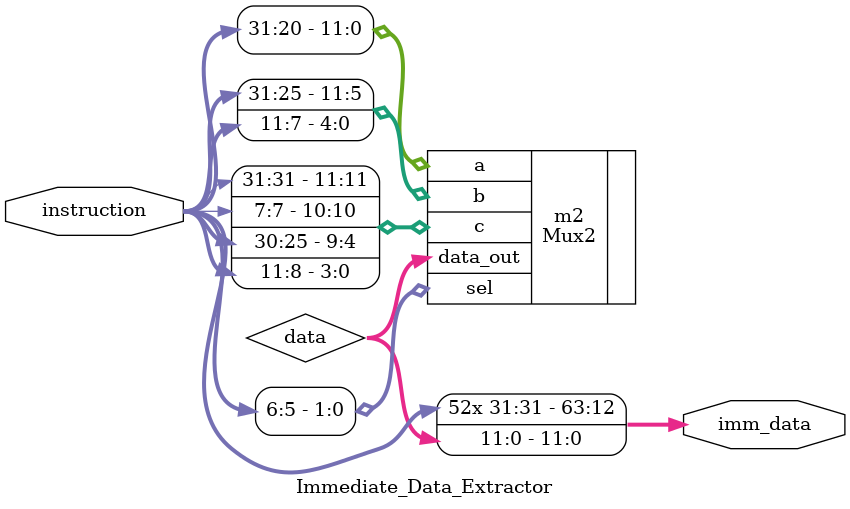
<source format=v>
module Immediate_Data_Extractor
(
	input [31:0] instruction,
	output [63:0] imm_data
);
	
	wire [11:0] data;
	
	Mux2 m2
	(
		.a(instruction[31:20]),	//load 00
		.b({instruction[31:25], instruction[11:7]}),	//store 01
		.c({instruction[31], instruction[7], instruction[30:25], instruction[11:8]}),	//conditonal instruction[6]=1
		.sel(instruction[6:5]),
		.data_out(data)
	);	
	
	assign imm_data = {{52{instruction[31]}}, data};

endmodule
</source>
